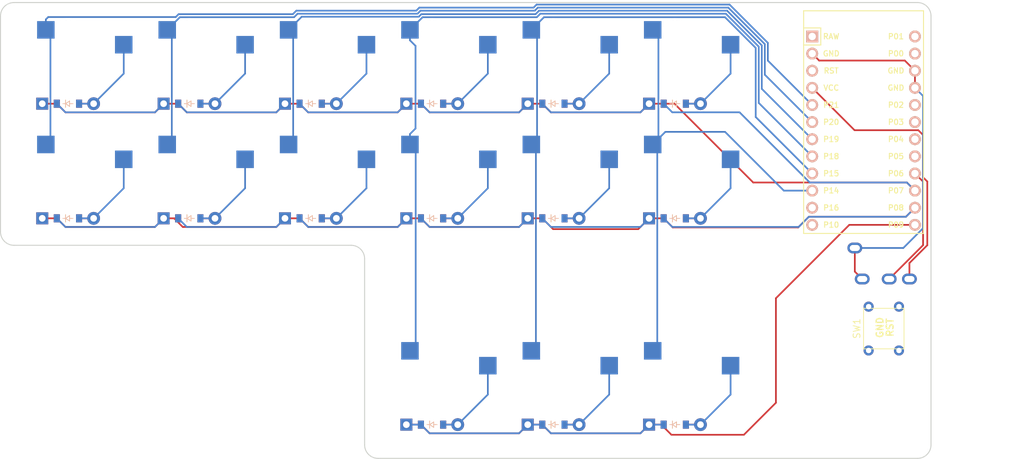
<source format=kicad_pcb>
(kicad_pcb (version 20241229) (generator "pcbnew") (generator_version "9.0")
  (title_block (title "peregrine-lefty") (rev "v1.0.0") (company "Unknown"))
  (layers (0 "F.Cu" signal) (2 "B.Cu" signal) (13 "F.Paste" user) (15 "B.Paste" user) (5 "F.SilkS" user "F.Silkscreen") (7 "B.SilkS" user "B.Silkscreen") (1 "F.Mask" user) (3 "B.Mask" user) (25 "Edge.Cuts" user))
  (net 0 "")
  (net 1 "P21")
  (net 2 "one_middle")
  (net 3 "one_top")
  (net 4 "P20")
  (net 5 "two_middle")
  (net 6 "two_top")
  (net 7 "P19")
  (net 8 "three_middle")
  (net 9 "three_top")
  (net 10 "P18")
  (net 11 "four_bottom")
  (net 12 "four_middle")
  (net 13 "four_top")
  (net 14 "P15")
  (net 15 "five_bottom")
  (net 16 "five_middle")
  (net 17 "five_top")
  (net 18 "P14")
  (net 19 "six_bottom")
  (net 20 "six_middle")
  (net 21 "six_top")
  (net 22 "P8")
  (net 23 "P7")
  (net 24 "P9")
  (net 25 "RAW")
  (net 26 "GND")
  (net 27 "RST")
  (net 28 "VCC")
  (net 29 "P16")
  (net 30 "P10")
  (net 31 "P1")
  (net 32 "P0")
  (net 33 "P2")
  (net 34 "P3")
  (net 35 "P4")
  (net 36 "P5")
  (net 37 "P6")
  (footprint "ComboDiode" (layer "F.Cu") (at 136 57.4)
    (property "Reference" "D6" (hide yes))
    (property "Value" "" (hide yes))
  )
  (footprint "ComboDiode" (layer "F.Cu") (at 172 74.4)
    (property "Reference" "D11" (hide yes))
    (property "Value" "" (hide yes))
  )
  (footprint "ComboDiode" (layer "F.Cu") (at 190 57.4)
    (property "Reference" "D15" (hide yes))
    (property "Value" "" (hide yes))
  )
  (footprint "ProMicro" (layer "F.Cu") (at 218 61.4 -90)
    (property "Reference" "MCU1" (hide yes))
    (property "Value" "" (hide yes))
  )
  (footprint "ComboDiode" (layer "F.Cu") (at 172 105)
    (property "Reference" "D10" (hide yes))
    (property "Value" "" (hide yes))
  )
  (footprint "PG1350" (layer "F.Cu") (at 172 69.4)
    (property "Reference" "S11" (hide yes))
    (property "Value" "" (hide yes))
  )
  (footprint "PG1350" (layer "F.Cu") (at 172 100)
    (property "Reference" "S10" (hide yes))
    (property "Value" "" (hide yes))
  )
  (footprint "PG1350" (layer "F.Cu") (at 154 100)
    (property "Reference" "S7" (hide yes))
    (property "Value" "" (hide yes))
  )
  (footprint "ComboDiode" (layer "F.Cu") (at 100 57.4)
    (property "Reference" "D2" (hide yes))
    (property "Value" "" (hide yes))
  )
  (footprint "PG1350" (layer "F.Cu") (at 118 69.4)
    (property "Reference" "S3" (hide yes))
    (property "Value" "" (hide yes))
  )
  (footprint "PG1350" (layer "F.Cu") (at 190 100)
    (property "Reference" "S13" (hide yes))
    (property "Value" "" (hide yes))
  )
  (footprint "PG1350" (layer "F.Cu") (at 190 69.4)
    (property "Reference" "S14" (hide yes))
    (property "Value" "" (hide yes))
  )
  (footprint "ComboDiode" (layer "F.Cu") (at 118 74.4)
    (property "Reference" "D3" (hide yes))
    (property "Value" "" (hide yes))
  )
  (footprint "TRRS-PJ-320A-dual" (layer "F.Cu") (at 228 83.4 -90)
    (property "Reference" "TRRS1")
    (property "Value" "TRRS-PJ-320A-dual")
  )
  (footprint "ComboDiode" (layer "F.Cu") (at 136 74.4)
    (property "Reference" "D5" (hide yes))
    (property "Value" "" (hide yes))
  )
  (footprint "ComboDiode" (layer "F.Cu") (at 190 105)
    (property "Reference" "D13" (hide yes))
    (property "Value" "" (hide yes))
  )
  (footprint "PG1350" (layer "F.Cu") (at 136 69.4)
    (property "Reference" "S5" (hide yes))
    (property "Value" "" (hide yes))
  )
  (footprint "PG1350" (layer "F.Cu") (at 154 69.4)
    (property "Reference" "S8" (hide yes))
    (property "Value" "" (hide yes))
  )
  (footprint "PG1350" (layer "F.Cu") (at 100 69.4)
    (property "Reference" "S1" (hide yes))
    (property "Value" "" (hide yes))
  )
  (footprint "PG1350" (layer "F.Cu") (at 154 52.4)
    (property "Reference" "S9" (hide yes))
    (property "Value" "" (hide yes))
  )
  (footprint "PG1350" (layer "F.Cu") (at 100 52.4)
    (property "Reference" "S2" (hide yes))
    (property "Value" "" (hide yes))
  )
  (footprint "PG1350" (layer "F.Cu") (at 172 52.4)
    (property "Reference" "S12" (hide yes))
    (property "Value" "" (hide yes))
  )
  (footprint "PG1350" (layer "F.Cu") (at 190 52.4)
    (property "Reference" "S15" (hide yes))
    (property "Value" "" (hide yes))
  )
  (footprint "PG1350" (layer "F.Cu") (at 136 52.4)
    (property "Reference" "S6" (hide yes))
    (property "Value" "" (hide yes))
  )
  (footprint "ComboDiode" (layer "F.Cu") (at 154 105)
    (property "Reference" "D7" (hide yes))
    (property "Value" "" (hide yes))
  )
  (footprint "ComboDiode" (layer "F.Cu") (at 154 57.4)
    (property "Reference" "D9" (hide yes))
    (property "Value" "" (hide yes))
  )
  (footprint "ComboDiode" (layer "F.Cu") (at 172 57.4)
    (property "Reference" "D12" (hide yes))
    (property "Value" "" (hide yes))
  )
  (footprint "ComboDiode" (layer "F.Cu") (at 190 74.4)
    (property "Reference" "D14" (hide yes))
    (property "Value" "" (hide yes))
  )
  (footprint "ComboDiode" (layer "F.Cu") (at 154 74.4)
    (property "Reference" "D8" (hide yes))
    (property "Value" "" (hide yes))
  )
  (footprint "CorienLibrarypretty:AliExpressResetButton6x45xH" (layer "F.Cu") (at 221 90.75 90)
    (property "Reference" "SW1")
    (property "Value" "TactileSW")
  )
  (footprint "ComboDiode" (layer "F.Cu") (at 100 74.4)
    (property "Reference" "D1" (hide yes))
    (property "Value" "" (hide yes))
  )
  (footprint "PG1350" (layer "F.Cu") (at 118 52.4)
    (property "Reference" "S4" (hide yes))
    (property "Value" "" (hide yes))
  )
  (footprint "ComboDiode" (layer "F.Cu") (at 118 57.4)
    (property "Reference" "D4" (hide yes))
    (property "Value" "" (hide yes))
  )
  (gr_arc (start 226 42.4) (mid 227.414214 42.985786) (end 228 44.4) (stroke (width 0.15)) (layer "Edge.Cuts"))
  (gr_arc (start 90 44.4) (mid 90.585786 42.985786) (end 92 42.4) (stroke (width 0.15)) (layer "Edge.Cuts"))
  (gr_line (start 90 76.4) (end 90 44.4) (stroke (width 0.15)) (layer "Edge.Cuts"))
  (gr_arc (start 92 78.4) (mid 90.585786 77.814214) (end 90 76.4) (stroke (width 0.15)) (layer "Edge.Cuts"))
  (gr_arc (start 146 110) (mid 144.585786 109.414214) (end 144 108) (stroke (width 0.15)) (layer "Edge.Cuts"))
  (gr_line (start 92 42.4) (end 226 42.4) (stroke (width 0.15)) (layer "Edge.Cuts"))
  (gr_arc (start 228 108) (mid 227.414214 109.414214) (end 226 110) (stroke (width 0.15)) (layer "Edge.Cuts"))
  (gr_arc (start 142 78.4) (mid 143.414214 78.985786) (end 144 80.4) (stroke (width 0.15)) (layer "Edge.Cuts"))
  (gr_line (start 228 44.4) (end 228 108) (stroke (width 0.15)) (layer "Edge.Cuts"))
  (gr_line (start 142 78.4) (end 92 78.4) (stroke (width 0.15)) (layer "Edge.Cuts"))
  (gr_line (start 144 108) (end 144 80.4) (stroke (width 0.15)) (layer "Edge.Cuts"))
  (gr_line (start 226 110) (end 146 110) (stroke (width 0.15)) (layer "Edge.Cuts"))
  (segment (start 133.877208 43.6) (end 133.353208 44.124) (width 0.25) (layer "B.Cu") (net 1))
  (segment (start 203.8 51.01) (end 203.8 48.377416) (width 0.25) (layer "B.Cu") (net 1))
  (segment (start 96.725 44.9) (end 96.725 46.45) (width 0.25) (layer "B.Cu") (net 1))
  (segment (start 97.405 62.77) (end 96.725 63.45) (width 0.25) (layer "B.Cu") (net 1))
  (segment (start 169.054416 43.15) (end 152.115812 43.15) (width 0.25) (layer "B.Cu") (net 1))
  (segment (start 133.353208 44.124) (end 116.414604 44.124) (width 0.25) (layer "B.Cu") (net 1))
  (segment (start 115.988604 44.55) (end 97.075 44.55) (width 0.25) (layer "B.Cu") (net 1))
  (segment (start 210.38 57.59) (end 203.8 51.01) (width 0.25) (layer "B.Cu") (net 1))
  (segment (start 96.725 46.45) (end 97.405 47.13) (width 0.25) (layer "B.Cu") (net 1))
  (segment (start 97.405 47.13) (end 97.405 62.77) (width 0.25) (layer "B.Cu") (net 1))
  (segment (start 198.122584 42.7) (end 169.504416 42.7) (width 0.25) (layer "B.Cu") (net 1))
  (segment (start 151.665812 43.6) (end 133.877208 43.6) (width 0.25) (layer "B.Cu") (net 1))
  (segment (start 97.075 44.55) (end 96.725 44.9) (width 0.25) (layer "B.Cu") (net 1))
  (segment (start 169.504416 42.7) (end 169.054416 43.15) (width 0.25) (layer "B.Cu") (net 1))
  (segment (start 116.414604 44.124) (end 115.988604 44.55) (width 0.25) (layer "B.Cu") (net 1))
  (segment (start 203.8 48.377416) (end 198.122584 42.7) (width 0.25) (layer "B.Cu") (net 1))
  (segment (start 152.115812 43.15) (end 151.665812 43.6) (width 0.25) (layer "B.Cu") (net 1))
  (segment (start 103.81 74.4) (end 101.65 74.4) (width 0.25) (layer "F.Cu") (net 2))
  (segment (start 101.65 74.4) (end 103.81 74.4) (width 0.25) (layer "B.Cu") (net 2))
  (segment (start 108.275 65.65) (end 108.275 69.935) (width 0.25) (layer "B.Cu") (net 2))
  (segment (start 108.275 69.935) (end 103.81 74.4) (width 0.25) (layer "B.Cu") (net 2))
  (segment (start 101.65 57.4) (end 103.81 57.4) (width 0.25) (layer "F.Cu") (net 3))
  (segment (start 108.275 52.935) (end 103.81 57.4) (width 0.25) (layer "B.Cu") (net 3))
  (segment (start 103.81 57.4) (end 101.65 57.4) (width 0.25) (layer "B.Cu") (net 3))
  (segment (start 108.275 48.65) (end 108.275 52.935) (width 0.25) (layer "B.Cu") (net 3))
  (segment (start 152.302208 43.6) (end 151.852208 44.05) (width 0.25) (layer "B.Cu") (net 4))
  (segment (start 115.405 47.13) (end 115.405 62.77) (width 0.25) (layer "B.Cu") (net 4))
  (segment (start 210.38 60.13) (end 203.35 53.1) (width 0.25) (layer "B.Cu") (net 4))
  (segment (start 151.852208 44.05) (end 134.063604 44.05) (width 0.25) (layer "B.Cu") (net 4))
  (segment (start 169.690812 43.15) (end 169.240812 43.6) (width 0.25) (layer "B.Cu") (net 4))
  (segment (start 116.601 44.574) (end 114.725 46.45) (width 0.25) (layer "B.Cu") (net 4))
  (segment (start 197.936188 43.15) (end 169.690812 43.15) (width 0.25) (layer "B.Cu") (net 4))
  (segment (start 203.35 53.1) (end 203.35 48.563812) (width 0.25) (layer "B.Cu") (net 4))
  (segment (start 169.240812 43.6) (end 152.302208 43.6) (width 0.25) (layer "B.Cu") (net 4))
  (segment (start 115.405 62.77) (end 114.725 63.45) (width 0.25) (layer "B.Cu") (net 4))
  (segment (start 114.725 46.45) (end 115.405 47.13) (width 0.25) (layer "B.Cu") (net 4))
  (segment (start 134.063604 44.05) (end 133.539604 44.574) (width 0.25) (layer "B.Cu") (net 4))
  (segment (start 203.35 48.563812) (end 197.936188 43.15) (width 0.25) (layer "B.Cu") (net 4))
  (segment (start 133.539604 44.574) (end 116.601 44.574) (width 0.25) (layer "B.Cu") (net 4))
  (segment (start 121.81 74.4) (end 119.65 74.4) (width 0.25) (layer "F.Cu") (net 5))
  (segment (start 126.275 69.935) (end 121.81 74.4) (width 0.25) (layer "B.Cu") (net 5))
  (segment (start 121.81 74.4) (end 119.65 74.4) (width 0.25) (layer "B.Cu") (net 5))
  (segment (start 126.275 65.65) (end 126.275 69.935) (width 0.25) (layer "B.Cu") (net 5))
  (segment (start 119.65 57.4) (end 121.81 57.4) (width 0.25) (layer "F.Cu") (net 6))
  (segment (start 121.81 57.4) (end 119.65 57.4) (width 0.25) (layer "B.Cu") (net 6))
  (segment (start 126.275 52.935) (end 121.81 57.4) (width 0.25) (layer "B.Cu") (net 6))
  (segment (start 126.275 48.65) (end 126.275 52.935) (width 0.25) (layer "B.Cu") (net 6))
  (segment (start 197.749792 43.6) (end 169.877208 43.6) (width 0.25) (layer "B.Cu") (net 7))
  (segment (start 169.353208 44.124) (end 152.414604 44.124) (width 0.25) (layer "B.Cu") (net 7))
  (segment (start 133.405 47.13) (end 133.405 62.77) (width 0.25) (layer "B.Cu") (net 7))
  (segment (start 210.38 62.67) (end 202.9 55.19) (width 0.25) (layer "B.Cu") (net 7))
  (segment (start 133.405 62.77) (end 132.725 63.45) (width 0.25) (layer "B.Cu") (net 7))
  (segment (start 169.877208 43.6) (end 169.353208 44.124) (width 0.25) (layer "B.Cu") (net 7))
  (segment (start 132.725 46.45) (end 133.405 47.13) (width 0.25) (layer "B.Cu") (net 7))
  (segment (start 152.414604 44.124) (end 152.038604 44.5) (width 0.25) (layer "B.Cu") (net 7))
  (segment (start 202.9 48.750208) (end 197.749792 43.6) (width 0.25) (layer "B.Cu") (net 7))
  (segment (start 134.675 44.5) (end 132.725 46.45) (width 0.25) (layer "B.Cu") (net 7))
  (segment (start 202.9 55.19) (end 202.9 48.750208) (width 0.25) (layer "B.Cu") (net 7))
  (segment (start 152.038604 44.5) (end 134.675 44.5) (width 0.25) (layer "B.Cu") (net 7))
  (segment (start 139.81 74.4) (end 137.65 74.4) (width 0.25) (layer "F.Cu") (net 8))
  (segment (start 144.275 69.935) (end 139.81 74.4) (width 0.25) (layer "B.Cu") (net 8))
  (segment (start 139.81 74.4) (end 137.65 74.4) (width 0.25) (layer "B.Cu") (net 8))
  (segment (start 144.275 65.65) (end 144.275 69.935) (width 0.25) (layer "B.Cu") (net 8))
  (segment (start 137.65 57.4) (end 139.81 57.4) (width 0.25) (layer "F.Cu") (net 9))
  (segment (start 144.275 48.65) (end 144.275 52.935) (width 0.25) (layer "B.Cu") (net 9))
  (segment (start 144.275 52.935) (end 139.81 57.4) (width 0.25) (layer "B.Cu") (net 9))
  (segment (start 139.81 57.4) (end 137.65 57.4) (width 0.25) (layer "B.Cu") (net 9))
  (segment (start 151.55 61.075) (end 150.725 61.9) (width 0.25) (layer "B.Cu") (net 10))
  (segment (start 150.725 46.45) (end 150.725 48) (width 0.25) (layer "B.Cu") (net 10))
  (segment (start 151.55 48.825) (end 151.55 61.075) (width 0.25) (layer "B.Cu") (net 10))
  (segment (start 169.539604 44.574) (end 152.601 44.574) (width 0.25) (layer "B.Cu") (net 10))
  (segment (start 150.725 63.45) (end 151.574 64.299) (width 0.25) (layer "B.Cu") (net 10))
  (segment (start 170.063604 44.05) (end 169.539604 44.574) (width 0.25) (layer "B.Cu") (net 10))
  (segment (start 150.725 48) (end 151.55 48.825) (width 0.25) (layer "B.Cu") (net 10))
  (segment (start 197.563396 44.05) (end 170.063604 44.05) (width 0.25) (layer "B.Cu") (net 10))
  (segment (start 202.45 48.936604) (end 197.563396 44.05) (width 0.25) (layer "B.Cu") (net 10))
  (segment (start 151.574 64.299) (end 151.574 93.201) (width 0.25) (layer "B.Cu") (net 10))
  (segment (start 202.45 57.28) (end 202.45 48.936604) (width 0.25) (layer "B.Cu") (net 10))
  (segment (start 150.725 61.9) (end 150.725 63.45) (width 0.25) (layer "B.Cu") (net 10))
  (segment (start 210.38 65.21) (end 202.45 57.28) (width 0.25) (layer "B.Cu") (net 10))
  (segment (start 152.601 44.574) (end 150.725 46.45) (width 0.25) (layer "B.Cu") (net 10))
  (segment (start 151.574 93.201) (end 150.725 94.05) (width 0.25) (layer "B.Cu") (net 10))
  (segment (start 157.81 105) (end 155.65 105) (width 0.25) (layer "F.Cu") (net 11))
  (segment (start 162.275 96.25) (end 162.275 100.535) (width 0.25) (layer "B.Cu") (net 11))
  (segment (start 162.275 100.535) (end 157.81 105) (width 0.25) (layer "B.Cu") (net 11))
  (segment (start 155.65 105) (end 157.81 105) (width 0.25) (layer "B.Cu") (net 11))
  (segment (start 157.81 74.4) (end 155.65 74.4) (width 0.25) (layer "F.Cu") (net 12))
  (segment (start 162.275 69.935) (end 157.81 74.4) (width 0.25) (layer "B.Cu") (net 12))
  (segment (start 162.275 65.65) (end 162.275 69.935) (width 0.25) (layer "B.Cu") (net 12))
  (segment (start 155.65 74.4) (end 157.81 74.4) (width 0.25) (layer "B.Cu") (net 12))
  (segment (start 157.81 57.4) (end 155.65 57.4) (width 0.25) (layer "F.Cu") (net 13))
  (segment (start 162.275 52.935) (end 157.81 57.4) (width 0.25) (layer "B.Cu") (net 13))
  (segment (start 162.275 48.65) (end 162.275 52.935) (width 0.25) (layer "B.Cu") (net 13))
  (segment (start 157.81 57.4) (end 155.65 57.4) (width 0.25) (layer "B.Cu") (net 13))
  (segment (start 202 49.124414) (end 202 59.37) (width 0.25) (layer "B.Cu") (net 14))
  (segment (start 169.574 47.299) (end 169.574 62.601) (width 0.25) (layer "B.Cu") (net 14))
  (segment (start 197.449586 44.574) (end 202 49.124414) (width 0.25) (layer "B.Cu") (net 14))
  (segment (start 169.405 93.37) (end 168.725 94.05) (width 0.25) (layer "B.Cu") (net 14))
  (segment (start 170.601 44.574) (end 197.449586 44.574) (width 0.25) (layer "B.Cu") (net 14))
  (segment (start 168.725 46.45) (end 169.574 47.299) (width 0.25) (layer "B.Cu") (net 14))
  (segment (start 168.725 46.45) (end 170.601 44.574) (width 0.25) (layer "B.Cu") (net 14))
  (segment (start 168.725 63.45) (end 169.405 64.13) (width 0.25) (layer "B.Cu") (net 14))
  (segment (start 169.405 64.13) (end 169.405 93.37) (width 0.25) (layer "B.Cu") (net 14))
  (segment (start 202 59.37) (end 210.38 67.75) (width 0.25) (layer "B.Cu") (net 14))
  (segment (start 169.574 62.601) (end 168.725 63.45) (width 0.25) (layer "B.Cu") (net 14))
  (segment (start 175.81 105) (end 173.65 105) (width 0.25) (layer "F.Cu") (net 15))
  (segment (start 180.275 96.25) (end 180.275 100.535) (width 0.25) (layer "B.Cu") (net 15))
  (segment (start 180.275 100.535) (end 175.81 105) (width 0.25) (layer "B.Cu") (net 15))
  (segment (start 173.65 105) (end 175.81 105) (width 0.25) (layer "B.Cu") (net 15))
  (segment (start 175.81 74.4) (end 173.65 74.4) (width 0.25) (layer "F.Cu") (net 16))
  (segment (start 180.275 69.935) (end 175.81 74.4) (width 0.25) (layer "B.Cu") (net 16))
  (segment (start 180.275 65.65) (end 180.275 69.935) (width 0.25) (layer "B.Cu") (net 16))
  (segment (start 175.81 74.4) (end 173.65 74.4) (width 0.25) (layer "B.Cu") (net 16))
  (segment (start 173.65 57.4) (end 175.81 57.4) (width 0.25) (layer "F.Cu") (net 17))
  (segment (start 175.81 57.4) (end 173.65 57.4) (width 0.25) (layer "B.Cu") (net 17))
  (segment (start 180.275 52.935) (end 175.81 57.4) (width 0.25) (layer "B.Cu") (net 17))
  (segment (start 180.275 48.65) (end 180.275 52.935) (width 0.25) (layer "B.Cu") (net 17))
  (segment (start 186.725 46.45) (end 187.574 47.299) (width 0.25) (layer "B.Cu") (net 18))
  (segment (start 210.38 70.29) (end 206.167 70.29) (width 0.25) (layer "B.Cu") (net 18))
  (segment (start 188.601 61.574) (end 186.725 63.45) (width 0.25) (layer "B.Cu") (net 18))
  (segment (start 197.451 61.574) (end 188.601 61.574) (width 0.25) (layer "B.Cu") (net 18))
  (segment (start 186.725 63.45) (end 187.405 64.13) (width 0.25) (layer "B.Cu") (net 18))
  (segment (start 187.405 93.37) (end 186.725 94.05) (width 0.25) (layer "B.Cu") (net 18))
  (segment (start 187.574 62.601) (end 186.725 63.45) (width 0.25) (layer "B.Cu") (net 18))
  (segment (start 206.167 70.29) (end 197.451 61.574) (width 0.25) (layer "B.Cu") (net 18))
  (segment (start 187.405 64.13) (end 187.405 93.37) (width 0.25) (layer "B.Cu") (net 18))
  (segment (start 187.574 47.299) (end 187.574 62.601) (width 0.25) (layer "B.Cu") (net 18))
  (segment (start 193.81 105) (end 191.65 105) (width 0.25) (layer "F.Cu") (net 19))
  (segment (start 198.275 96.25) (end 198.275 100.535) (width 0.25) (layer "B.Cu") (net 19))
  (segment (start 198.275 100.535) (end 193.81 105) (width 0.25) (layer "B.Cu") (net 19))
  (segment (start 191.65 105) (end 193.81 105) (width 0.25) (layer "B.Cu") (net 19))
  (segment (start 193.81 74.4) (end 191.65 74.4) (width 0.25) (layer "F.Cu") (net 20))
  (segment (start 193.81 74.4) (end 191.65 74.4) (width 0.25) (layer "B.Cu") (net 20))
  (segment (start 198.275 69.935) (end 193.81 74.4) (width 0.25) (layer "B.Cu") (net 20))
  (segment (start 198.275 65.65) (end 198.275 69.935) (width 0.25) (layer "B.Cu") (net 20))
  (segment (start 191.65 57.4) (end 193.81 57.4) (width 0.25) (layer "F.Cu") (net 21))
  (segment (start 198.275 48.65) (end 198.275 52.935) (width 0.25) (layer "B.Cu") (net 21))
  (segment (start 198.275 52.935) (end 193.81 57.4) (width 0.25) (layer "B.Cu") (net 21))
  (segment (start 193.81 57.4) (end 191.65 57.4) (width 0.25) (layer "B.Cu") (net 21))
  (segment (start 150.19 74.4) (end 152.35 74.4) (width 0.25) (layer "F.Cu") (net 22))
  (segment (start 166.9115 75.6785) (end 168.19 74.4) (width 0.25) (layer "F.Cu") (net 22))
  (segment (start 186.19 74.4) (end 188.35 74.4) (width 0.25) (layer "F.Cu") (net 22))
  (segment (start 114.19 74.4) (end 115.75 74.4) (width 0.25) (layer "F.Cu") (net 22))
  (segment (start 170.35 74.4) (end 171.95 76) (width 0.25) (layer "F.Cu") (net 22))
  (segment (start 115.75 74.4) (end 116.35 74.4) (width 0.25) (layer "F.Cu") (net 22))
  (segment (start 209.881991 74.1677) (end 224.2823 74.1677) (width 0.25) (layer "F.Cu") (net 22))
  (segment (start 117.0285 75.6785) (end 130.9115 75.6785) (width 0.25) (layer "F.Cu") (net 22))
  (segment (start 189.7 75.75) (end 208.299691 75.75) (width 0.25) (layer "F.Cu") (net 22))
  (segment (start 148.9115 75.6785) (end 150.19 74.4) (width 0.25) (layer "F.Cu") (net 22))
  (segment (start 132.19 74.4) (end 134.35 74.4) (width 0.25) (layer "F.Cu") (net 22))
  (segment (start 96.19 74.4) (end 98.35 74.4) (width 0.25) (layer "F.Cu") (net 22))
  (segment (start 112.9115 75.6785) (end 114.19 74.4) (width 0.25) (layer "F.Cu") (net 22))
  (segment (start 115.75 74.4) (end 117.0285 75.6785) (width 0.25) (layer "F.Cu") (net 22))
  (segment (start 152.35 74.4) (end 153.6285 75.6785) (width 0.25) (layer "F.Cu") (net 22))
  (segment (start 224.2823 74.1677) (end 225.62 72.83) (width 0.25) (layer "F.Cu") (net 22))
  (segment (start 135.6285 75.6785) (end 148.9115 75.6785) (width 0.25) (layer "F.Cu") (net 22))
  (segment (start 153.6285 75.6785) (end 166.9115 75.6785) (width 0.25) (layer "F.Cu") (net 22))
  (segment (start 208.299691 75.75) (end 209.881991 74.1677) (width 0.25) (layer "F.Cu") (net 22))
  (segment (start 99.6285 75.6785) (end 112.9115 75.6785) (width 0.25) (layer "F.Cu") (net 22))
  (segment (start 168.19 74.4) (end 170.35 74.4) (width 0.25) (layer "F.Cu") (net 22))
  (segment (start 134.35 74.4) (end 135.6285 75.6785) (width 0.25) (layer "F.Cu") (net 22))
  (segment (start 188.35 74.4) (end 189.7 75.75) (width 0.25) (layer "F.Cu") (net 22))
  (segment (start 171.95 76) (end 184.59 76) (width 0.25) (layer "F.Cu") (net 22))
  (segment (start 130.9115 75.6785) (end 132.19 74.4) (width 0.25) (layer "F.Cu") (net 22))
  (segment (start 184.59 76) (end 186.19 74.4) (width 0.25) (layer "F.Cu") (net 22))
  (segment (start 98.35 74.4) (end 99.6285 75.6785) (width 0.25) (layer "F.Cu") (net 22))
  (segment (start 171.6285 75.6785) (end 184.9115 75.6785) (width 0.25) (layer "B.Cu") (net 22))
  (segment (start 99.6285 75.6785) (end 112.9115 75.6785) (width 0.25) (layer "B.Cu") (net 22))
  (segment (start 208.371191 75.6785) (end 209.881991 74.1677) (width 0.25) (layer "B.Cu") (net 22))
  (segment (start 116.35 74.4) (end 117.6285 75.6785) (width 0.25) (layer "B.Cu") (net 22))
  (segment (start 170.35 74.4) (end 171.6285 75.6785) (width 0.25) (layer "B.Cu") (net 22))
  (segment (start 135.6285 75.6785) (end 148.9115 75.6785) (width 0.25) (layer "B.Cu") (net 22))
  (segment (start 153.6285 75.6785) (end 166.9115 75.6785) (width 0.25) (layer "B.Cu") (net 22))
  (segment (start 224.2823 74.1677) (end 225.62 72.83) (width 0.25) (layer "B.Cu") (net 22))
  (segment (start 134.35 74.4) (end 135.6285 75.6785) (width 0.25) (layer "B.Cu") (net 22))
  (segment (start 112.9115 75.6785) (end 114.19 74.4) (width 0.25) (layer "B.Cu") (net 22))
  (segment (start 152.35 74.4) (end 153.6285 75.6785) (width 0.25) (layer "B.Cu") (net 22))
  (segment (start 130.9115 75.6785) (end 132.19 74.4) (width 0.25) (layer "B.Cu") (net 22))
  (segment (start 209.881991 74.1677) (end 224.2823 74.1677) (width 0.25) (layer "B.Cu") (net 22))
  (segment (start 189.6285 75.6785) (end 208.371191 75.6785) (width 0.25) (layer "B.Cu") (net 22))
  (segment (start 98.35 74.4) (end 99.6285 75.6785) (width 0.25) (layer "B.Cu") (net 22))
  (segment (start 166.9115 75.6785) (end 168.19 74.4) (width 0.25) (layer "B.Cu") (net 22))
  (segment (start 184.9115 75.6785) (end 186.19 74.4) (width 0.25) (layer "B.Cu") (net 22))
  (segment (start 148.9115 75.6785) (end 150.19 74.4) (width 0.25) (layer "B.Cu") (net 22))
  (segment (start 188.35 74.4) (end 189.6285 75.6785) (width 0.25) (layer "B.Cu") (net 22))
  (segment (start 117.6285 75.6785) (end 130.9115 75.6785) (width 0.25) (layer "B.Cu") (net 22))
  (segment (start 201.6357 69.0877) (end 224.4177 69.0877) (width 0.25) (layer "F.Cu") (net 23))
  (segment (start 99.6285 58.6785) (end 112.9115 58.6785) (width 0.25) (layer "F.Cu") (net 23))
  (segment (start 170.35 57.4) (end 168.19 57.4) (width 0.25) (layer "F.Cu") (net 23))
  (segment (start 135.6285 58.6785) (end 148.9115 58.6785) (width 0.25) (layer "F.Cu") (net 23))
  (segment (start 148.9115 58.6785) (end 150.19 57.4) (width 0.25) (layer "F.Cu") (net 23))
  (segment (start 96.19 57.4) (end 98.35 57.4) (width 0.25) (layer "F.Cu") (net 23))
  (segment (start 130.9115 58.6785) (end 132.19 57.4) (width 0.25) (layer "F.Cu") (net 23))
  (segment (start 153.6285 58.6785) (end 166.9115 58.6785) (width 0.25) (layer "F.Cu") (net 23))
  (segment (start 134.35 57.4) (end 135.6285 58.6785) (width 0.25) (layer "F.Cu") (net 23))
  (segment (start 114.19 57.4) (end 116.35 57.4) (width 0.25) (layer "F.Cu") (net 23))
  (segment (start 112.9115 58.6785) (end 114.19 57.4) (width 0.25) (layer "F.Cu") (net 23))
  (segment (start 116.35 57.4) (end 117.6285 58.6785) (width 0.25) (layer "F.Cu") (net 23))
  (segment (start 152.35 57.4) (end 153.6285 58.6785) (width 0.25) (layer "F.Cu") (net 23))
  (segment (start 171.6285 58.6785) (end 184.9115 58.6785) (width 0.25) (layer "F.Cu") (net 23))
  (segment (start 152.35 57.4) (end 150.19 57.4) (width 0.25) (layer "F.Cu") (net 23))
  (segment (start 188.35 57.4) (end 189.948 57.4) (width 0.25) (layer "F.Cu") (net 23))
  (segment (start 166.9115 58.6785) (end 168.19 57.4) (width 0.25) (layer "F.Cu") (net 23))
  (segment (start 170.35 57.4) (end 171.6285 58.6785) (width 0.25) (layer "F.Cu") (net 23))
  (segment (start 224.4177 69.0877) (end 225.62 70.29) (width 0.25) (layer "F.Cu") (net 23))
  (segment (start 184.9115 58.6785) (end 186.19 57.4) (width 0.25) (layer "F.Cu") (net 23))
  (segment (start 98.35 57.4) (end 99.6285 58.6785) (width 0.25) (layer "F.Cu") (net 23))
  (segment (start 117.6285 58.6785) (end 130.9115 58.6785) (width 0.25) (layer "F.Cu") (net 23))
  (segment (start 132.19 57.4) (end 134.35 57.4) (width 0.25) (layer "F.Cu") (net 23))
  (segment (start 189.948 57.4) (end 201.6357 69.0877) (width 0.25) (layer "F.Cu") (net 23))
  (segment (start 188.35 57.4) (end 186.19 57.4) (width 0.25) (layer "F.Cu") (net 23))
  (segment (start 171.6285 58.6785) (end 184.9115 58.6785) (width 0.25) (layer "B.Cu") (net 23))
  (segment (start 130.9115 58.6785) (end 132.19 57.4) (width 0.25) (layer "B.Cu") (net 23))
  (segment (start 117.6285 58.6785) (end 130.9115 58.6785) (width 0.25) (layer "B.Cu") (net 23))
  (segment (start 199.608191 58.6785) (end 210.017391 69.0877) (width 0.25) (layer "B.Cu") (net 23))
  (segment (start 184.9115 58.6785) (end 186.19 57.4) (width 0.25) (layer "B.Cu") (net 23))
  (segment (start 99.6285 58.6785) (end 112.9115 58.6785) (width 0.25) (layer "B.Cu") (net 23))
  (segment (start 166.9115 58.6785) (end 168.19 57.4) (width 0.25) (layer "B.Cu") (net 23))
  (segment (start 189.6285 58.6785) (end 199.608191 58.6785) (width 0.25) (layer "B.Cu") (net 23))
  (segment (start 210.017391 69.0877) (end 224.4177 69.0877) (width 0.25) (layer "B.Cu") (net 23))
  (segment (start 134.35 57.4) (end 135.6285 58.6785) (width 0.25) (layer "B.Cu") (net 23))
  (segment (start 153.6285 58.6785) (end 166.9115 58.6785) (width 0.25) (layer "B.Cu") (net 23))
  (segment (start 224.4177 69.0877) (end 225.62 70.29) (width 0.25) (layer "B.Cu") (net 23))
  (segment (start 152.35 57.4) (end 153.6285 58.6785) (width 0.25) (layer "B.Cu") (net 23))
  (segment (start 148.9115 58.6785) (end 150.19 57.4) (width 0.25) (layer "B.Cu") (net 23))
  (segment (start 98.35 57.4) (end 99.6285 58.6785) (width 0.25) (layer "B.Cu") (net 23))
  (segment (start 188.35 57.4) (end 189.6285 58.6785) (width 0.25) (layer "B.Cu") (net 23))
  (segment (start 112.9115 58.6785) (end 114.19 57.4) (width 0.25) (layer "B.Cu") (net 23))
  (segment (start 116.35 57.4) (end 117.6285 58.6785) (width 0.25) (layer "B.Cu") (net 23))
  (segment (start 170.35 57.4) (end 171.6285 58.6785) (width 0.25) (layer "B.Cu") (net 23))
  (segment (start 135.6285 58.6785) (end 148.9115 58.6785) (width 0.25) (layer "B.Cu") (net 23))
  (segment (start 170.35 105) (end 171.6285 106.2785) (width 0.25) (layer "F.Cu") (net 24))
  (segment (start 153.6285 106.2785) (end 166.9115 106.2785) (width 0.25) (layer "F.Cu") (net 24))
  (segment (start 170.35 105) (end 168.19 105) (width 0.25) (layer "F.Cu") (net 24))
  (segment (start 152.35 105) (end 153.6285 106.2785) (width 0.25) (layer "F.Cu") (net 24))
  (segment (start 188.35 105) (end 188.35 105.35) (width 0.25) (layer "F.Cu") (net 24))
  (segment (start 215.88 75.37) (end 225.62 75.37) (width 0.25) (layer "F.Cu") (net 24))
  (segment (start 171.6285 106.2785) (end 184.9115 106.2785) (width 0.25) (layer "F.Cu") (net 24))
  (segment (start 166.9115 106.2785) (end 168.19 105) (width 0.25) (layer "F.Cu") (net 24))
  (segment (start 184.9115 106.2785) (end 186.19 105) (width 0.25) (layer "F.Cu") (net 24))
  (segment (start 205 101.75) (end 205 86.25) (width 0.25) (layer "F.Cu") (net 24))
  (segment (start 150.19 105) (end 152.35 105) (width 0.25) (layer "F.Cu") (net 24))
  (segment (start 188.35 105) (end 186.19 105) (width 0.25) (layer "F.Cu") (net 24))
  (segment (start 188.35 105.35) (end 189.5 106.5) (width 0.25) (layer "F.Cu") (net 24))
  (segment (start 200.25 106.5) (end 205 101.75) (width 0.25) (layer "F.Cu") (net 24))
  (segment (start 205 86.25) (end 215.88 75.37) (width 0.25) (layer "F.Cu") (net 24))
  (segment (start 189.5 106.5) (end 200.25 106.5) (width 0.25) (layer "F.Cu") (net 24))
  (segment (start 186.19 105) (end 188.35 105) (width 0.25) (layer "B.Cu") (net 24))
  (segment (start 150.19 105) (end 152.35 105) (width 0.25) (layer "B.Cu") (net 24))
  (segment (start 168.19 105) (end 170.35 105) (width 0.25) (layer "B.Cu") (net 24))
  (segment (start 153.6285 106.2785) (end 166.9115 106.2785) (width 0.25) (layer "B.Cu") (net 24))
  (segment (start 184.9115 106.2785) (end 186.19 105) (width 0.25) (layer "B.Cu") (net 24))
  (segment (start 171.6285 106.2785) (end 184.9115 106.2785) (width 0.25) (layer "B.Cu") (net 24))
  (segment (start 166.9115 106.2785) (end 168.19 105) (width 0.25) (layer "B.Cu") (net 24))
  (segment (start 170.35 105) (end 171.6285 106.2785) (width 0.25) (layer "B.Cu") (net 24))
  (segment (start 152.35 105) (end 153.6285 106.2785) (width 0.25) (layer "B.Cu") (net 24))
  (segment (start 211.41 51) (end 224.11 51) (width 0.25) (layer "F.Cu") (net 26))
  (segment (start 216.7 82.3) (end 217.8 83.4) (width 0.25) (layer "F.Cu") (net 26))
  (segment (start 210.38 49.97) (end 211.41 51) (width 0.25) (layer "F.Cu") (net 26))
  (segment (start 225.62 52.51) (end 225.62 55.05) (width 0.25) (layer "F.Cu") (net 26))
  (segment (start 216.7 78.8) (end 216.7 82.3) (width 0.25) (layer "F.Cu") (net 26))
  (segment (start 224.11 51) (end 225.62 52.51) (width 0.25) (layer "F.Cu") (net 26))
  (segment (start 223.890309 78.8) (end 216.7 78.8) (width 0.25) (layer "B.Cu") (net 26))
  (segment (start 226.8223 56.2523) (end 226.8223 75.868009) (width 0.25) (layer "B.Cu") (net 26))
  (segment (start 226.8223 75.868009) (end 223.890309 78.8) (width 0.25) (layer "B.Cu") (net 26))
  (segment (start 225.62 55.05) (end 226.8223 56.2523) (width 0.25) (layer "B.Cu") (net 26))
  (segment (start 216.6623 61.3323) (end 210.38 55.05) (width 0.25) (layer "F.Cu") (net 28))
  (segment (start 226.8223 62.036591) (end 226.118009 61.3323) (width 0.25) (layer "F.Cu") (net 28))
  (segment (start 226.8223 68.315904) (end 226.8223 62.036591) (width 0.25) (layer "F.Cu") (net 28))
  (segment (start 224.8 81.036396) (end 227.45 78.386396) (width 0.25) (layer "F.Cu") (net 28))
  (segment (start 227.45 78.386396) (end 227.45 68.943604) (width 0.25) (layer "F.Cu") (net 28))
  (segment (start 227.45 68.943604) (end 226.8223 68.315904) (width 0.25) (layer "F.Cu") (net 28))
  (segment (start 224.8 83.4) (end 224.8 81.036396) (width 0.25) (layer "F.Cu") (net 28))
  (segment (start 226.118009 61.3323) (end 216.6623 61.3323) (width 0.25) (layer "F.Cu") (net 28))
  (segment (start 226.8223 68.9523) (end 226.8223 78.3777) (width 0.25) (layer "F.Cu") (net 37))
  (segment (start 226.8223 78.3777) (end 221.8 83.4) (width 0.25) (layer "F.Cu") (net 37))
  (segment (start 225.62 67.75) (end 226.8223 68.9523) (width 0.25) (layer "F.Cu") (net 37))
)
</source>
